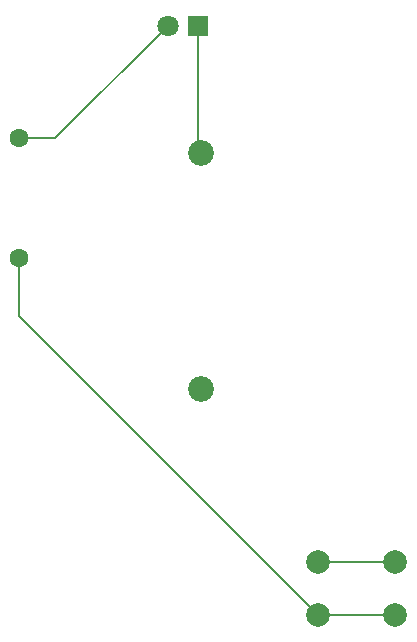
<source format=gbr>
%TF.GenerationSoftware,KiCad,Pcbnew,9.0.7*%
%TF.CreationDate,2026-01-21T21:34:25-07:00*%
%TF.ProjectId,WolfPCB,576f6c66-5043-4422-9e6b-696361645f70,1*%
%TF.SameCoordinates,Original*%
%TF.FileFunction,Copper,L1,Top*%
%TF.FilePolarity,Positive*%
%FSLAX46Y46*%
G04 Gerber Fmt 4.6, Leading zero omitted, Abs format (unit mm)*
G04 Created by KiCad (PCBNEW 9.0.7) date 2026-01-21 21:34:25*
%MOMM*%
%LPD*%
G01*
G04 APERTURE LIST*
%TA.AperFunction,ComponentPad*%
%ADD10C,1.600000*%
%TD*%
%TA.AperFunction,ComponentPad*%
%ADD11R,1.800000X1.800000*%
%TD*%
%TA.AperFunction,ComponentPad*%
%ADD12C,1.800000*%
%TD*%
%TA.AperFunction,ComponentPad*%
%ADD13C,2.000000*%
%TD*%
%TA.AperFunction,ComponentPad*%
%ADD14C,2.175000*%
%TD*%
%TA.AperFunction,Conductor*%
%ADD15C,0.200000*%
%TD*%
G04 APERTURE END LIST*
D10*
%TO.P,R1,1*%
%TO.N,Net-(D1-A)*%
X131445000Y-93726000D03*
%TO.P,R1,2*%
%TO.N,Net-(R1-Pad2)*%
X131445000Y-103886000D03*
%TD*%
D11*
%TO.P,D1,1,K*%
%TO.N,Net-(D1-K)*%
X146558000Y-84201000D03*
D12*
%TO.P,D1,2,A*%
%TO.N,Net-(D1-A)*%
X144018000Y-84201000D03*
%TD*%
D13*
%TO.P,SW1,1,1*%
%TO.N,Net-(BT1-Pad+)*%
X156770000Y-129576000D03*
X163270000Y-129576000D03*
%TO.P,SW1,2,2*%
%TO.N,Net-(R1-Pad2)*%
X156770000Y-134076000D03*
X163270000Y-134076000D03*
%TD*%
D14*
%TO.P,2032 BAT,+*%
%TO.N,Net-(BT1-Pad+)*%
X146812000Y-114973000D03*
%TO.P,2032 BAT,-*%
%TO.N,Net-(D1-K)*%
X146812000Y-94973000D03*
%TD*%
D15*
%TO.N,Net-(D1-A)*%
X131445000Y-93726000D02*
X134493000Y-93726000D01*
X134493000Y-93726000D02*
X144018000Y-84201000D01*
%TO.N,Net-(D1-K)*%
X146558000Y-94719000D02*
X146812000Y-94973000D01*
X146558000Y-84201000D02*
X146558000Y-94719000D01*
%TO.N,Net-(R1-Pad2)*%
X131445000Y-108751000D02*
X131445000Y-103886000D01*
X156770000Y-134076000D02*
X163270000Y-134076000D01*
X156770000Y-134076000D02*
X131445000Y-108751000D01*
%TO.N,Net-(BT1-Pad+)*%
X156770000Y-129576000D02*
X163270000Y-129576000D01*
%TD*%
M02*

</source>
